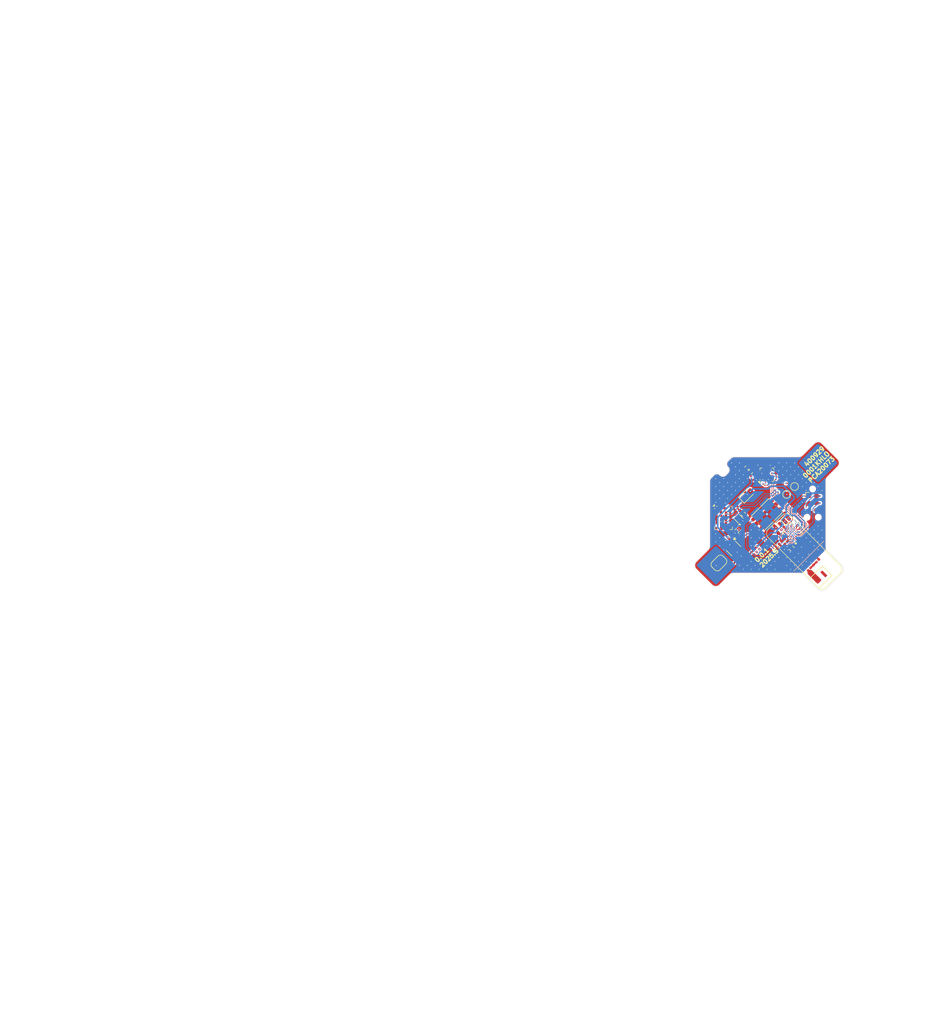
<source format=kicad_pcb>
(kicad_pcb
	(version 20241229)
	(generator "pcbnew")
	(generator_version "9.0")
	(general
		(thickness 1.59734)
		(legacy_teardrops no)
	)
	(paper "A4")
	(layers
		(0 "F.Cu" signal)
		(4 "In1.Cu" signal)
		(6 "In2.Cu" signal)
		(2 "B.Cu" signal)
		(9 "F.Adhes" user "F.Adhesive")
		(11 "B.Adhes" user "B.Adhesive")
		(13 "F.Paste" user)
		(15 "B.Paste" user)
		(5 "F.SilkS" user "F.Silkscreen")
		(7 "B.SilkS" user "B.Silkscreen")
		(1 "F.Mask" user)
		(3 "B.Mask" user)
		(17 "Dwgs.User" user "User.Drawings")
		(19 "Cmts.User" user "User.Comments")
		(21 "Eco1.User" user "User.Eco1")
		(23 "Eco2.User" user "User.Eco2")
		(25 "Edge.Cuts" user)
		(27 "Margin" user)
		(31 "F.CrtYd" user "F.Courtyard")
		(29 "B.CrtYd" user "B.Courtyard")
		(35 "F.Fab" user)
		(33 "B.Fab" user)
		(39 "User.1" user)
		(41 "User.2" user)
		(43 "User.3" user)
		(45 "User.4" user)
		(47 "User.5" user)
		(49 "User.6" user)
		(51 "User.7" user)
		(53 "User.8" user)
		(55 "User.9" user)
	)
	(setup
		(stackup
			(layer "F.SilkS"
				(type "Top Silk Screen")
				(color "White")
				(material "Direct Printing")
			)
			(layer "F.Paste"
				(type "Top Solder Paste")
			)
			(layer "F.Mask"
				(type "Top Solder Mask")
				(color "Blue")
				(thickness 0.01)
				(material "Epoxy")
				(epsilon_r 3.3)
				(loss_tangent 0)
			)
			(layer "F.Cu"
				(type "copper")
				(thickness 0.03556)
			)
			(layer "dielectric 1"
				(type "prepreg")
				(color "FR4 natural")
				(thickness 0.2032)
				(material "FR4")
				(epsilon_r 4.5)
				(loss_tangent 0.02)
			)
			(layer "In1.Cu"
				(type "copper")
				(thickness 0.03556)
			)
			(layer "dielectric 2"
				(type "core")
				(color "FR4 natural")
				(thickness 1.0287)
				(material "FR4")
				(epsilon_r 4.5)
				(loss_tangent 0.02)
			)
			(layer "In2.Cu"
				(type "copper")
				(thickness 0.03556)
			)
			(layer "dielectric 3"
				(type "prepreg")
				(color "FR4 natural")
				(thickness 0.2032)
				(material "FR4")
				(epsilon_r 4.5)
				(loss_tangent 0.02)
			)
			(layer "B.Cu"
				(type "copper")
				(thickness 0.03556)
			)
			(layer "B.Mask"
				(type "Bottom Solder Mask")
				(color "Blue")
				(thickness 0.01)
				(material "Epoxy")
				(epsilon_r 3.3)
				(loss_tangent 0)
			)
			(layer "B.Paste"
				(type "Bottom Solder Paste")
			)
			(layer "B.SilkS"
				(type "Bottom Silk Screen")
				(color "White")
				(material "Direct Printing")
			)
			(copper_finish "ENIG")
			(dielectric_constraints yes)
		)
		(pad_to_mask_clearance 0)
		(allow_soldermask_bridges_in_footprints no)
		(tenting front back)
		(aux_axis_origin 136.979185 118.727922)
		(grid_origin 136.979185 118.727922)
		(pcbplotparams
			(layerselection 0x00000000_00000000_5555555f_575fffff)
			(plot_on_all_layers_selection 0x00000000_00000000_00000000_00000000)
			(disableapertmacros yes)
			(usegerberextensions no)
			(usegerberattributes no)
			(usegerberadvancedattributes no)
			(creategerberjobfile yes)
			(dashed_line_dash_ratio 12.000000)
			(dashed_line_gap_ratio 3.000000)
			(svgprecision 4)
			(plotframeref yes)
			(mode 1)
			(useauxorigin yes)
			(hpglpennumber 1)
			(hpglpenspeed 20)
			(hpglpendiameter 15.000000)
			(pdf_front_fp_property_popups yes)
			(pdf_back_fp_property_popups yes)
			(pdf_metadata yes)
			(pdf_single_document no)
			(dxfpolygonmode yes)
			(dxfimperialunits yes)
			(dxfusepcbnewfont yes)
			(psnegative no)
			(psa4output no)
			(plot_black_and_white yes)
			(plotinvisibletext no)
			(sketchpadsonfab no)
			(plotpadnumbers no)
			(hidednponfab yes)
			(sketchdnponfab no)
			(crossoutdnponfab no)
			(subtractmaskfromsilk no)
			(outputformat 1)
			(mirror no)
			(drillshape 0)
			(scaleselection 1)
			(outputdirectory "production/fab/gerbers/")
		)
	)
	(net 0 "")
	(net 1 "GND")
	(net 2 "Net-(AE1-PCB_Trace)")
	(net 3 "Net-(U1-DECD)")
	(net 4 "Net-(U1-DECA)")
	(net 5 "Net-(C6-Pad1)")
	(net 6 "Net-(C9-Pad1)")
	(net 7 "Net-(U1-DCC)")
	(net 8 "Net-(U1-ANT)")
	(net 9 "unconnected-(U1-P1.13-PadB4)")
	(net 10 "unconnected-(U1-P2.09-PadF3)")
	(net 11 "unconnected-(U1-P1.14-PadB5)")
	(net 12 "unconnected-(U1-P1.11-PadC4)")
	(net 13 "unconnected-(U1-P0.04-PadD3)")
	(net 14 "/INT1")
	(net 15 "Net-(BT1-+)")
	(net 16 "unconnected-(U1-P2.03-PadE5)")
	(net 17 "unconnected-(U1-P2.06-PadF4)")
	(net 18 "unconnected-(U1-P1.05-PadE6)")
	(net 19 "unconnected-(U1-P2.07-PadE4)")
	(net 20 "unconnected-(U1-P2.01-PadG7)")
	(net 21 "unconnected-(U1-P2.08-PadD4)")
	(net 22 "unconnected-(U1-P2.04-PadF5)")
	(net 23 "Net-(U1-XC1)")
	(net 24 "Net-(U1-XC2)")
	(net 25 "/INT2")
	(net 26 "Net-(L18-Pad1)")
	(net 27 "unconnected-(U1-P2.02-PadF6)")
	(net 28 "unconnected-(U1-P2.05-PadG5)")
	(net 29 "unconnected-(U1-P2.10-PadG2)")
	(net 30 "unconnected-(U1-P0.02-PadE2)")
	(net 31 "unconnected-(U1-P2.00-PadG6)")
	(net 32 "unconnected-(J1-SWO-Pad6)")
	(net 33 "/VDD_LS")
	(net 34 "VDD")
	(net 35 "Net-(J1-SWDIO)")
	(net 36 "Net-(J1-SWCLK)")
	(net 37 "Net-(J1-~{RESET})")
	(net 38 "Net-(U1-P1.00)")
	(net 39 "Net-(D1-K)")
	(net 40 "/SDA")
	(net 41 "/SCL")
	(net 42 "/UART_TX")
	(net 43 "/UART_RX")
	(net 44 "Net-(Q1-D)")
	(net 45 "/LED")
	(net 46 "unconnected-(AE1-FEED-Pad1)")
	(net 47 "/PDM_DATA")
	(net 48 "Net-(U3-V_{REG_OUT})")
	(net 49 "Net-(L4-Pad2)")
	(net 50 "unconnected-(U3-ADC_IN-Pad8)")
	(net 51 "/PDM_CLK")
	(net 52 "Net-(JP2-A)")
	(net 53 "/BUTTON0")
	(net 54 "/LSW")
	(net 55 "unconnected-(U2-NC-Pad6)")
	(net 56 "Net-(JP3-A)")
	(net 57 "/LFCLK1")
	(net 58 "unconnected-(U1-P1.03-PadD5)")
	(footprint "PCM_nordic-lib-kicad-nrf54l:BGA-47_7x7_2.451x2.245mm" (layer "F.Cu") (at 154.558152 108.347585 135))
	(footprint "Inductor_SMD:L_0201_0603Metric" (layer "F.Cu") (at 159.100464 113.379215 -135))
	(footprint "Capacitor_SMD:C_0201_0603Metric" (layer "F.Cu") (at 153.403871 110.624186 -45))
	(pad "" smd roundrect
		(at 0.345 0 315)
		(size 0.318 0.36)
		(layers "F.Paste")
		(roundrect_rratio 0.25)
		(teardrops
			(best_length_ratio 0.5)
			(max_length 1)
			(best_width_ratio 1)
			(max_width 2)
			(curved_edges no)filter_ratio 0.9)
		(enabled yes)
		(allow_two_segments yes)
		(prefer_zone_connections yes)
	)
	(uuid "8fc17129-0ad6-4319-8471-c427b2e413dd")
)
(pad "1" smd roundrect
	(at -0.32 0 315)
	(size 0.46 0.4)
	(layers "F.Cu" "F.Mask")
	(roundrect_rratio 0.25)
	(net 4 "Net-(U1-DECA)")
	(pintype "passive")
	(teardrops
		(best_length_ratio 0.5)
		(max_length 1)
		(best_width_ratio 1)
		(max_width 2)
		(curved_edges no)filter_ratio 0.9)
	(enabled yes)
	(allow_two_segments yes)
	(prefer_zone_connections yes)
)
(uuid "59a88e55-5870-40db-9d1d-94a4f48b5235")
)
(pad "2" smd roundrect
	(at 0.32 0 315)
	(size 0.46 0.4)
	(layers "F.Cu" "F.Mask")
	(roundrect_rratio 0.25)
	(net 1 "GND")
	(pintype "passive")
	(teardrops
		(best_length_ratio 0.5)
		(max_length 1)
		(best_width_ratio 1)
		(max_width 2)
		(curved_edges no)filter_ratio 0.9)
	(enabled yes)
	(allow_two_segments yes)
	(prefer_zone_connections yes)
)
(uuid "51a796e6-726a-4485-aa82-5d145bbcd98c")
)
(embedded_fonts no)
(model "${KICAD8_3DMODEL_DIR}/Capacitor_SMD.3dshapes/C_0201_0603Metric.wrl"
	(offset
		(xyz 0 0 0)
	)
	(scale
		(xyz 1 1 1)
	)
	(rotate
		(xyz 0 0 0)
	)
)
)
(footprint "Inductor_SMD:L_0201_0603Metric" (layer "F.Cu") (at 157.608469 114.871211 -135))
(footprint "Capacitor_SMD:C_0201_0603Metric" (layer "F.Cu") (at 148.104954 98.494618 -90))
(pad "" smd roundrect
	(at 0.345 0 270)
	(size 0.318 0.36)
	(layers "F.Paste")
	(roundrect_rratio 0.25)
	(teardrops
		(best_length_ratio 0.5)
		(max_length 1)
		(best_width_ratio 1)
		(max_width 2)
		(curved_edges no)filter_ratio 0.9)
	(enabled yes)
	(allow_two_segments yes)
	(prefer_zone_connections yes)
)
(uuid "5327d267-ed86-44f0-a606-2f4c4b04cb92")
)
(pad "1" smd roundrect
	(at -0.32 0 270)
	(size 0.46 0.4)
	(layers "F.Cu" "F.Mask")
	(roundrect_rratio 0.25)
	(net 52 "Net-(JP2-A)")
	(pintype "passive")
	(teardrops
		(best_length_ratio 0.5)
		(max_length 1)
		(best_width_ratio 1)
		(max_width 2)
		(curved_edges no)filter_ratio 0.9)
	(enabled yes)
	(allow_two_segments yes)
	(prefer_zone_connections yes)
)
(uuid "01b92f5a-7ff1-4338-8004-017e57c10534")
)
(pad "2" smd roundrect
	(at 0.32 0 270)
	(size 0.46 0.4)
	(layers "F.Cu" "F.Mask")
	(roundrect_rratio 0.25)
	(net 1 "GND")
	(pintype "passive")
	(teardrops
		(best_length_ratio 0.5)
		(max_length 1)
		(best_width_ratio 1)
		(max_width 2)
		(curved_edges no)filter_ratio 0.9)
	(enabled yes)
	(allow_two_segments yes)
	(prefer_zone_connections yes)
)
(uuid "a8a533dd-9b07-485e-a76d-9e97aedc07ed")
)
(embedded_fonts no)
(model "${KICAD8_3DMODEL_DIR}/Capacitor_SMD.3dshapes/C_0201_0603Metric.wrl"
	(offset
		(xyz 0 0 0)
	)
	(scale
		(xyz 1 1 1)
	)
	(rotate
		(xyz 0 0 0)
	)
)
)
(footprint "Resistor_SMD:R_0402_1005Metric" (layer "F.Cu") (at 147.051365 97.38446 -135))
(pad "2" smd roundrect
	(at 0.509999 0 225)
	(size 0.54 0.64)
	(layers "F.Cu" "F.Mask" "F.Paste")
	(roundrect_rratio 0.25)
	(net 33 "/VDD_LS")
	(pinfunction "B")
	(pintype "passive")
	(teardrops
		(best_length_ratio 0.5)
		(max_length 1)
		(best_width_ratio 1)
		(max_width 2)
		(curved_edges no)filter_ratio 0.9)
	(enabled yes)
	(allow_two_segments yes)
	(prefer_zone_connections yes)
)
(uuid "354f1869-1e2b-4510-9847-def3928dd73d")
)
(embedded_fonts no)
(model "${KICAD8_3DMODEL_DIR}/Resistor_SMD.3dshapes/R_0402_1005Metric.wrl"
	(offset
		(xyz 0 0 0)
	)
	(scale
		(xyz 1 1 1)
	)
	(rotate
		(xyz 0 0 0)
	)
)
)
(footprint "Inductor_SMD:L_0201_0603Metric" (layer "F.Cu") (at 158.555992 112.382195 -45))
(pad "" smd roundrect
	(at 0.345 0 315)
	(size 0.318 0.36)
	(layers "F.Paste")
	(roundrect_rratio 0.25)
	(teardrops
		(best_length_ratio 0.5)
		(max_length 1)
		(best_width_ratio 1)
		(max_width 2)
		(curved_edges no)filter_ratio 0.9)
	(enabled yes)
	(allow_two_segments yes)
	(prefer_zone_connections yes)
)
(uuid "170dcfd1-f53e-4ae8-ac40-2210aac83e5c")
)
(pad "1" smd roundrect
	(at -0.32 0 315)
	(size 0.46 0.4)
	(layers "F.Cu" "F.Mask")
	(roundrect_rratio 0.25)
	(net 6 "Net-(C9-Pad1)")
	(pintype "passive")
	(teardrops
		(best_length_ratio 0.5)
		(max_length 1)
		(best_width_ratio 1)
		(max_width 2)
		(curved_edges no)filter_ratio 0.9)
	(enabled yes)
	(allow_two_segments yes)
	(prefer_zone_connections yes)
)
(uuid "d492ab6e-8226-47a6-b381-cc6ff8cd0cf7")
)
(pad "2" smd roundrect
	(at 0.32 0 315)
	(size 0.46 0.4)
	(layers "F.Cu" "F.Mask")
	(roundrect_rratio 0.25)
	(net 49 "Net-(L4-Pad2)")
	(pintype "passive")
	(teardrops
		(best_length_ratio 0.5)
		(max_length 1)
		(best_width_ratio 1)
		(max_width 2)
		(curved_edges no)filter_ratio 0.9)
	(enabled yes)
	(allow_two_segments yes)
	(prefer_zone_connections yes)
)
(uuid "a62be74e-d258-4eb4-a788-3b2eb80dd7ea")
)
(embedded_fonts no)
(model "${KICAD8_3DMODEL_DIR}/Inductor_SMD.3dshapes/L_0201_0603Metric.wrl"
	(offset
		(xyz 0 0 0)
	)
	(scale
		(xyz 1 1 1)
	)
	(rotate
		(xyz 0 0 0)
	)
)
)
(footprint "Inductor_SMD:L_0402_1005Metric" (layer "F.Cu") (at 151.67853 108.72914 45))
(pad "2" smd roundrect
	(at 0.485 0 45)
	(size 0.59 0.64)
	(layers "F.Cu" "F.Mask" "F.Paste")
	(roundrect_rratio 0.25)
	(net 7 "Net-(U1-DCC)")
	(pintype "passive")
	(teardrops
		(best_length_ratio 0.5)
		(max_length 1)
		(best_width_ratio 1)
		(max_width 2)
		(curved_edges no)filter_ratio 0.9)
	(enabled yes)
	(allow_two_segments yes)
	(prefer_zone_connections yes)
)
(uuid "5ed66195-f789-4282-b1df-795004c30cab")
)
(embedded_fonts no)
(model "${KICAD8_3DMODEL_DIR}/Inductor_SMD.3dshapes/L_0402_1005Metric.wrl"
	(offset
		(xyz 0 0 0)
	)
	(scale
		(xyz 1 1 1)
	)
	(rotate
		(xyz 0 0 0)
	)
)
)
(footprint "TestPoint:TestPoint_Pad_D1.0mm" (layer "F.Cu") (at 154.949747 100.050253 45))
(embedded_fonts no)
)
(footprint "Capacitor_SMD:C_0201_0603Metric" (layer "F.Cu") (at 152.915967 109.146333 135))
(pad "" smd roundrect
	(at 0.345 0 135)
	(size 0.318 0.36)
	(layers "F.Paste")
	(roundrect_rratio 0.25)
	(teardrops
		(best_length_ratio 0.5)
		(max_length 1)
		(best_width_ratio 1)
		(max_width 2)
		(curved_edges no)filter_ratio 0.9)
	(enabled yes)
	(allow_two_segments yes)
	(prefer_zone_connections yes)
)
(uuid "15e98d1c-6608-4060-9471-b82a72c66e88")
)
(pad "1" smd roundrect
	(at -0.32 0 135)
	(size 0.46 0.4)
	(layers "F.Cu" "F.Mask")
	(roundrect_rratio 0.25)
	(net 3 "Net-(U1-DECD)")
	(pintype "passive")
	(teardrops
		(best_length_ratio 0.5)
		(max_length 1)
		(best_width_ratio 1)
		(max_width 2)
		(curved_edges no)filter_ratio 0.9)
	(enabled yes)
	(allow_two_segments yes)
	(prefer_zone_connections yes)
)
(uuid "822bd194-e53b-40a3-a700-f07fb2c735a1")
)
(pad "2" smd roundrect
	(at 0.32 0 135)
	(size 0.46 0.4)
	(layers "F.Cu" "F.Mask")
	(roundrect_rratio 0.25)
	(net 1 "GND")
	(pintype "passive")
	(teardrops
		(best_length_ratio 0.5)
		(max_length 1)
		(best_width_ratio 1)
		(max_width 2)
		(curved_edges no)filter_ratio 0.9)
	(enabled yes)
	(allow_two_segments yes)
	(prefer_zone_connections yes)
)
(uuid "8bd27d26-af80-4896-abb9-5def94431e1a")
)
(embedded_fonts no)
(model "${KICAD8_3DMODEL_DIR}/Capacitor_SMD.3dshapes/C_0201_0603Metric.wrl"
	(offset
		(xyz 0 0 0)
	)
	(scale
		(xyz 1 1 1)
	)
	(rotate
		(xyz 0 0 0)
	)
)
)
(footprint "hlord2000-Oscillator:Oscillator_SMD_SiTime_SiT11100-4Pin_0.46x0.46mm" (layer "F.Cu") (at 154.436247 111.161587 135))
(footprint "Capacitor_SMD:C_0402_1005Metric" (layer "F.Cu") (at 151.944544 107.057681 -135))
(pad "2" smd roundrect
	(at 0.48 0 225)
	(size 0.56 0.62)
	(layers "F.Cu" "F.Mask" "F.Paste")
	(roundrect_rratio 0.25)
	(net 1 "GND")
	(pintype "passive")
	(teardrops
		(best_length_ratio 0.5)
		(max_length 1)
		(best_width_ratio 1)
		(max_width 2)
		(curved_edges no)filter_ratio 0.9)
	(enabled yes)
	(allow_two_segments yes)
	(prefer_zone_connections yes)
)
(uuid "d2ef39f5-d5e6-4faf-b930-35def77fcf08")
)
(embedded_fonts no)
(model "${KICAD8_3DMODEL_DIR}/Capacitor_SMD.3dshapes/C_0402_1005Metric.wrl"
	(offset
		(xyz 0 0 0)
	)
	(scale
		(xyz 1 1 1)
	)
	(rotate
		(xyz 0 0 0)
	)
)
)
(footprint "Resistor_SMD:R_0402_1005Metric" (layer "F.Cu") (at 146.386684 96.71978 -135))
(pad "2" smd roundrect
	(at 0.509999 0 225)
	(size 0.54 0.64)
	(layers "F.Cu" "F.Mask" "F.Paste")
	(roundrect_rratio 0.25)
	(net 33 "/VDD_LS")
	(pinfunction "B")
	(pintype "passive")
	(teardrops
		(best_length_ratio 0.5)
		(max_length 1)
		(best_width_ratio 1)
		(max_width 2)
		(curved_edges no)filter_ratio 0.9)
	(enabled yes)
	(allow_two_segments yes)
	(prefer_zone_connections yes)
)
(uuid "1e0a9c10-acda-42e3-9809-7a169c2d4a1c")
)
(embedded_fonts no)
(model "${KICAD8_3DMODEL_DIR}/Resistor_SMD.3dshapes/R_0402_1005Metric.wrl"
	(offset
		(xyz 0 0 0)
	)
	(scale
		(xyz 1 1 1)
	)
	(rotate
		(xyz 0 0 0)
	)
)
)
(footprint "Capacitor_SMD:C_0201_0603Metric" (layer "F.Cu") (at 150.268701 96.217734))
(pad "" smd roundrect
	(at 0.345 0)
	(size 0.318 0.36)
	(layers "F.Paste")
	(roundrect_rratio 0.25)
	(teardrops
		(best_length_ratio 0.5)
		(max_length 1)
		(best_width_ratio 1)
		(max_width 2)
		(curved_edges no)filter_ratio 0.9)
	(enabled yes)
	(allow_two_segments yes)
	(prefer_zone_connections yes)
)
(uuid "5216da16-def0-4899-b5c8-059fde5b63ba")
)
(pad "1" smd roundrect
	(at -0.32 0)
	(size 0.46 0.4)
	(layers "F.Cu" "F.Mask")
	(roundrect_rratio 0.25)
	(net 48 "Net-(U3-V_{REG_OUT})")
	(pintype "passive")
	(teardrops
		(best_length_ratio 0.5)
		(max_length 1)
		(best_width_ratio 1)
		(max_width 2)
		(curved_edges no)filter_ratio 0.9)
	(enabled yes)
	(allow_two_segments yes)
	(prefer_zone_connections yes)
)
(uuid "8b0e6a05-9088-40b0-b09e-cd1e529f37e0")
)
(pad "2" smd roundrect
	(at 0.32 0)
	(size 0.46 0.4)
	(layers "F.Cu" "F.Mask")
	(roundrect_rratio 0.25)
	(net 1 "GND")
	(pintype "passive")
	(teardrops
		(best_length_ratio 0.5)
		(max_length 1)
		(best_width_ratio 1)
		(max_width 2)
		(curved_edges no)filter_ratio 0.9)
	(enabled yes)
	(allow_two_segments yes)
	(prefer_zone_connections yes)
)
(uuid "c586fbd2-dd54-4810-9ff1-7c9eeb1c8cb1")
)
(embedded_fonts no)
(model "${KICAD8_3DMODEL_DIR}/Capacitor_SMD.3dshapes/C_0201_0603Metric.wrl"
	(offset
		(xyz 0 0 0)
	)
	(scale
		(xyz 1 1 1)
	)
	(rotate
		(xyz 0 0 0)
	)
)
)
(footprint "Capacitor_SMD:C_0201_0603Metric" (layer "F.Cu") (at 152.824043 107.569485 -135))
(pad "" smd roundrect
	(at 0.345 0 225)
	(size 0.318 0.36)
	(layers "F.Paste")
	(roundrect_rratio 0.25)
	(teardrops
		(best_length_ratio 0.5)
		(max_length 1)
		(best_width_ratio 1)
		(max_width 2)
		(curved_edges no)filter_ratio 0.9)
	(enabled yes)
	(allow_two_segments yes)
	(prefer_zone_connections yes)
)
(uuid "8be16991-b87a-4faf-995b-8441af513082")
)
(pad "1" smd roundrect
	(at -0.32 0 225)
	(size 0.46 0.4)
	(layers "F.Cu" "F.Mask")
	(roundrect_rratio 0.25)
	(net 34 "VDD")
	(pintype "passive")
	(teardrops
		(best_length_ratio 0.5)
		(max_length 1)
		(best_width_ratio 1)
		(max_width 2)
		(curved_edges no)filter_ratio 0.9)
	(enabled yes)
	(allow_two_segments yes)
	(prefer_zone_connections yes)
)
(uuid "78dde88b-fb25-4139-975d-e6b107cc00a2")
)
(pad "2" smd roundrect
	(at 0.32 0 225)
	(size 0.46 0.4)
	(layers "F.Cu" "F.Mask")
	(roundrect_rratio 0.25)
	(net 1 "GND")
	(pintype "passive")
	(teardrops
		(best_length_ratio 0.5)
		(max_length 1)
		(best_width_ratio 1)
		(max_width 2)
		(curved_edges no)filter_ratio 0.9)
	(enabled yes)
	(allow_two_segments yes)
	(prefer_zone_connections yes)
)
(uuid "7aa5f2b5-3196-4b90-99ea-6ef690dc8db1")
)
(embedded_fonts no)
(model "${KICAD8_3DMODEL_DIR}/Capacitor_SMD.3dshapes/C_0201_0603Metric.wrl"
	(offset
		(xyz 0 0 0)
	)
	(scale
		(xyz 1 1 1)
	)
	(rotate
		(xyz 0 0 0)
	)
)
)
(footprint "Resistor_SMD:R_0201_0603Metric" (layer "F.Cu") (at 148.416081 111.066976 -45))
(pad "" smd roundrect
	(at 0.345 0 315)
	(size 0.318 0.36)
	(layers "F.Paste")
	(roundrect_rratio 0.25)
	(teardrops
		(best_length_ratio 0.5)
		(max_length 1)
		(best_width_ratio 1)
		(max_width 2)
		(curved_edges no)filter_ratio 0.9)
	(enabled yes)
	(allow_two_segments yes)
	(prefer_zone_connections yes)
)
(uuid "ad1dd6b8-93fb-4018-9aeb-c7ab7651c57b")
)
(pad "1" smd roundrect
	(at -0.32 0 315)
	(size 0.46 0.4)
	(layers "F.Cu" "F.Mask")
	(roundrect_rratio 0.25)
	(net 34 "VDD")
	(pintype "passive")
	(teardrops
		(best_length_ratio 0.5)
		(max_length 1)
		(best_width_ratio 1)
		(max_width 2)
		(curved_edges no)filter_ratio 0.9)
	(enabled yes)
	(allow_two_segments yes)
	(prefer_zone_connections yes)
)
(uuid "90e5c6d5-6d4b-4733-9330-509741aaeebd")
)
(pad "2" smd roundrect
	(at 0.32 0 315)
	(size 0.46 0.4)
	(layers "F.Cu" "F.Mask")
	(roundrect_rratio 0.25)
	(net 41 "/SCL")
	(pintype "passive")
	(teardrops
		(best_length_ratio 0.5)
		(max_length 1)
		(best_width_ratio 1)
		(max_width 2)
		(curved_edges no)filter_ratio 0.9)
	(enabled yes)
	(allow_two_segments yes)
	(prefer_zone_connections yes)
)
(uuid "b88295d7-056d-4cef-84f4-0cfeea564621")
)
(embedded_fonts no)
(model "${KICAD8_3DMODEL_DIR}/Resistor_SMD.3dshapes/R_0201_0603Metric.wrl"
	(offset
		(xyz 0 0 0)
	)
	(scale
		(xyz 1 1 1)
	)
	(rotate
		(xyz 0 0 0)
	)
)
)
(footprint "hlord2000-RF_Antenna:Ignion_NN02-101" (layer "F.Cu") (at 159.60251 116.327851 -135))
(pad "2" smd roundrect
	(at 0.7 0 225)
	(size 1 1)
	(layers "F.Cu" "F.Mask" "F.Paste")
	(roundrect_rratio 0.15)
	(net 2 "Net-(AE1-PCB_Trace)")
	(pinfunction "PCB_Trace")
	(pintype "passive")
	(thermal_bridge_angle 45)
	(teardrops
		(best_length_ratio 0.5)
		(max_length 1)
		(best_width_ratio 1)
		(max_width 2)
		(curved_edges no)filter_ratio 0.9)
	(enabled yes)
	(allow_two_segments yes)
	(prefer_zone_connections yes)
)
(uuid "52c9b36b-54a9-443f-86eb-d34f6958437f")
)
(embedded_fonts no)
(model "/home/hlord/Documents/hlord2000-kicad-libraries/3dmodels/hlord2000-RF_Antenna.3dshapes/Ignion_NN02-101.stp"
	(offset
		(xyz -1.5 -1 0)
	)
	(scale
		(xyz 1 1 1)
	)
	(rotate
		(xyz -0 -0 -0)
	)
)
)
(footprint "Capacitor_SMD:C_0201_0603Metric" (layer "F.Cu") (at 142.794582 109.490128 -135))
(pad "" smd roundrect
	(at 0.345 0 225)
	(size 0.318 0.36)
	(layers "F.Paste")
	(roundrect_rratio 0.25)
	(teardrops
		(best_length_ratio 0.5)
		(max_length 1)
		(best_width_ratio 1)
		(max_width 2)
		(curved_edges no)filter_ratio 0.9)
	(enabled yes)
	(allow_two_segments yes)
	(prefer_zone_connections yes)
)
(uuid "774c4602-7bda-4395-855b-b152ccded5d5")
)
(pad "1" smd roundrect
	(at -0.32 0 225)
	(size 0.46 0.4)
	(layers "F.Cu" "F.Mask")
	(roundrect_rratio 0.25)
	(net 33 "/VDD_LS")
	(pintype "passive")
	(teardrops
		(best_length_ratio 0.5)
		(max_length 1)
		(best_width_ratio 1)
		(max_width 2)
		(curved_edges no)filter_ratio 0.9)
	(enabled yes)
	(allow_two_segments yes)
	(prefer_zone_connections yes)
)
(uuid "397821d7-0945-4685-bdd8-cbe94e8abf7b")
)
(pad "2" smd roundrect
	(at 0.32 0 225)
	(size 0.46 0.4)
	(layers "F.Cu" "F.Mask")
	(roundrect_rratio 0.25)
	(net 1 "GND")
	(pintype "passive")
	(teardrops
		(best_length_ratio 0.5)
		(max_length 1)
		(best_width_ratio 1)
		(max_width 2)
		(curved_edges no)filter_ratio 0.9)
	(enabled yes)
	(allow_two_segments yes)
	(prefer_zone_connections yes)
)
(uuid "ca5a45e2-4195-40f6-b2f9-66e49d869bac")
)
(embedded_fonts no)
(model "${KICAD8_3DMODEL_DIR}/Capacitor_SMD.3dshapes/C_0201_0603Metric.wrl"
	(offset
		(xyz 0 0 0)
	)
	(scale
		(xyz 1 1 1)
	)
	(rotate
		(xyz 0 0 0)
	)
)
)
(footprint "TestPoint:TestPoint_Pad_D1.0mm" (layer "F.Cu") (at 153.535534 101.464466 45))
(embedded_fonts no)
)
(footprint "hlord2000-Crystal:Crystal_SMD_1210-2Pin_1.2x1.0mm" (layer "F.Cu") (at 153.489204 105.971904 45))
(footprint "Capacitor_SMD:C_0201_0603Metric" (layer "F.Cu") (at 145.142176 112.756961 45))
(pad "" smd roundrect
	(at 0.345 0 45)
	(size 0.318 0.36)
	(layers "F.Paste")
	(roundrect_rratio 0.25)
	(teardrops
		(best_length_ratio 0.5)
		(max_length 1)
		(best_width_ratio 1)
		(max_width 2)
		(curved_edges no)filter_ratio 0.9)
	(enabled yes)
	(allow_two_segments yes)
	(prefer_zone_connections yes)
)
(uuid "320ce7b1-a607-4b01-b491-1e68e2081769")
)
(pad "1" smd roundrect
	(at -0.32 0 45)
	(size 0.46 0.4)
	(layers "F.Cu" "F.Mask")
	(roundrect_rratio 0.25)
	(net 34 "VDD")
	(pintype "passive")
	(teardrops
		(best_length_ratio 0.5)
		(max_length 1)
		(best_width_ratio 1)
		(max_width 2)
		(curved_edges no)filter_ratio 0.9)
	(enabled yes)
	(allow_two_segments yes)
	(prefer_zone_connections yes)
)
(uuid "14de7b67-5003-4f58-be26-575fe4425677")
)
(pad "2" smd roundrect
	(at 0.32 0 45)
	(size 0.46 0.4)
	(layers "F.Cu" "F.Mask")
	(roundrect_rratio 0.25)
	(net 1 "GND")
	(pintype "passive")
	(teardrops
		(best_length_ratio 0.5)
		(max_length 1)
		(best_width_ratio 1)
		(max_width 2)
		(curved_edges no)filter_ratio 0.9)
	(enabled yes)
	(allow_two_segments yes)
	(prefer_zone_connections yes)
)
(uuid "58372f02-454a-4921-ad87-633c3650f2e7")
)
(embedded_fonts no)
(model "${KICAD8_3DMODEL_DIR}/Capacitor_SMD.3dshapes/C_0201_0603Metric.wrl"
	(offset
		(xyz 0 0 0)
	)
	(scale
		(xyz 1 1 1)
	)
	(rotate
		(xyz 0 0 0)
	)
)
)
(footprint "Fiducial:Fiducial_0.5mm_Mask1mm" (layer "F.Cu") (at 143.565328 98.565328 45))
(footprint "Resistor_SMD:R_0402_1005Metric" (layer "F.Cu") (at 144.618917 108.005204 -135))
(pad "2" smd roundrect
	(at 0.509999 0 225)
	(size 0.54 0.64)
	(layers "F.Cu" "F.Mask" "F.Paste")
	(roundrect_rratio 0.25)
	(net 1 "GND")
	(pintype "passive")
	(teardrops
		(best_length_ratio 0.5)
		(max_length 1)
		(best_width_ratio 1)
		(max_width 2)
		(curved_edges no)filter_ratio 0.9)
	(enabled yes)
	(allow_two_segments yes)
	(prefer_zone_connections yes)
)
(uuid "53b22767-826b-4194-bfc0-058d555c5ce4")
)
(embedded_fonts no)
(model "${KICAD8_3DMODEL_DIR}/Resistor_SMD.3dshapes/R_0402_1005Metric.wrl"
	(offset
		(xyz 0 0 0)
	)
	(scale
		(xyz 1 1 1)
	)
	(rotate
		(xyz 0 0 0)
	)
)
)
(footprint "Capacitor_SMD:C_0201_0603Metric" (layer "F.Cu") (at 152.908896 111.119161 -45))
(pad "" smd roundrect
	(at 0.345 0 315)
	(size 0.318 0.36)
	(layers "F.Paste")
	(roundrect_rratio 0.25)
	(teardrops
		(best_length_ratio 0.5)
		(max_length 1)
		(best_width_ratio 1)
		(max_width 2)
		(curved_edges no)filter_ratio 0.9)
	(enabled yes)
	(allow_two_segments yes)
	(prefer_zone_connections yes)
)
(uuid "d7a369fd-42f2-4c99-8ea3-6e157e534ad2")
)
(pad "1" smd roundrect
	(at -0.32 0 315)
	(size 0.46 0.4)
	(layers "F.Cu" "F.Mask")
	(roundrect_rratio 0.25)
	(net 4 "Net-(U1-DECA)")
	(pintype "passive")
	(teardrops
		(best_length_ratio 0.5)
		(max_length 1)
		(best_width_ratio 1)
		(max_width 2)
		(curved_edges no)filter_ratio 0.9)
	(enabled yes)
	(allow_two_segments yes)
	(prefer_zone_connections yes)
)
(uuid "cb4c38a9-6e29-4178-af6c-00eaee9b87b7")
)
(pad "2" smd roundrect
	(at 0.32 0 315)
	(size 0.46 0.4)
	(layers "F.Cu" "F.Mask")
	(roundrect_rratio 0.25)
	(net 1 "GND")
	(pintype "passive")
	(teardrops
		(best_length_ratio 0.5)
		(max_length 1)
		(best_width_ratio 1)
		(max_width 2)
		(curved_edges no)filter_ratio 0.9)
	(enabled yes)
	(allow_two_segments yes)
	(prefer_zone_connections yes)
)
(uuid "0bb6c87c-6477-40e5-a39b-c471f16880d8")
)
(embedded_fonts no)
(model "${KICAD8_3DMODEL_DIR}/Capacitor_SMD.3dshapes/C_0201_0603Metric.wrl"
	(offset
		(xyz 0 0 0)
	)
	(scale
		(xyz 1 1 1)
	)
	(rotate
		(xyz 0 0 0)
	)
)
)
(footprint "LED_SMD:LED_0603_1608Metric" (layer "F.Cu") (at 146.464466 101.464466 45))
(footprint "Capacitor_SMD:C_0201_0603Metric" (layer "F.Cu") (at 152.399779 110.115069 45))
(pad "" smd roundrect
	(at 0.345 0 45)
	(size 0.318 0.36)
	(layers "F.Paste")
	(roundrect_rratio 0.25)
	(teardrops
		(best_length_ratio 0.5)
		(max_length 1)
		(best_width_ratio 1)
		(max_width 2)
		(curved_edges no)filter_ratio 0.9)
	(enabled yes)
	(allow_two_segments yes)
	(prefer_zone_connections yes)
)
(uuid "84c6c545-c38c-49f3-bd32-052a05c873d3")
)
(pad "1" smd roundrect
	(at -0.32 0 45)
	(size 0.46 0.4)
	(layers "F.Cu" "F.Mask")
	(roundrect_rratio 0.25)
	(net 4 "Net-(U1-DECA)")
	(pintype "passive")
	(teardrops
		(best_length_ratio 0.5)
		(max_length 1)
		(best_width_ratio 1)
		(max_width 2)
		(curved_edges no)filter_ratio 0.9)
	(enabled yes)
	(allow_two_segments yes)
	(prefer_zone_connections yes)
)
(uuid "ef6f3547-4947-4ecf-8c4d-466d9037beb4")
)
(pad "2" smd roundrect
	(at 0.32 0 45)
	(size 0.46 0.4)
	(layers "F.Cu" "F.Mask")
	(roundrect_rratio 0.25)
	(net 3 "Net-(U1-DECD)")
	(pintype "passive")
	(teardrops
		(best_length_ratio 0.5)
		(max_length 1)
		(best_width_ratio 1)
		(max_width 2)
		(curved_edges no)filter_ratio 0.9)
	(enabled yes)
	(allow_two_segments yes)
	(prefer_zone_connections yes)
)
(uuid "165e0566-18ed-4406-ba6c-ecb1c67ebdff")
)
(embedded_fonts no)
(model "${KICAD8_3DMODEL_DIR}/Capacitor_SMD.3dshapes/C_0201_0603Metric.wrl"
	(offset
		(xyz 0 0 0)
	)
	(scale
		(xyz 1 1 1)
	)
	(rotate
		(xyz 0 0 0)
	)
)
)
(footprint "hlord2000-Sensor_Motion:Analog_LGA-12_2.20x2.30mm_P0.5mm" (layer "F.Cu") (at 150 97.928932 90))
(pad "2" smd roundrect
	(at -0.86 -0.25 90)
	(size 0.39 0.33)
	(layers "F.Cu" "F.Mask" "F.Paste")
	(roundrect_rratio 0.1)
	(net 40 "/SDA")
	(pinfunction "MOSI/SDA")
	(pintype "input")
	(teardrops
		(best_length_ratio 0.5)
		(max_length 1)
		(best_width_ratio 1)
		(max_width 2)
		(curved_edges no)filter_ratio 0.9)
	(enabled yes)
	(allow_two_segments yes)
	(prefer_zone_connections yes)
)
(uuid "7ddf686d-57df-467e-84ba-ea86ac6e90f8")
)
(pad "3" smd roundrect
	(at -0.86 0.25 90)
	(size 0.39 0.33)
	(layers "F.Cu" "F.Mask" "F.Paste")
	(roundrect_rratio 0.1)
	(net 1 "GND")
	(pinfunction "MISO/ASEL")
	(pintype "output")
	(teardrops
		(best_length_ratio 0.5)
		(max_length 1)
		(best_width_ratio 1)
		(max_width 2)
		(curved_edges no)filter_ratio 0.9)
	(enabled yes)
	(allow_two_segments yes)
	(prefer_zone_connections yes)
)
(uuid "dd1a59c2-d8e5-420d-8934-b1f8c5c2d5d4")
)
(pad "4" smd roundrect
	(at -0.86 0.75 90)
	(size 0.39 0.33)
	(layers "F.Cu" "F.Mask" "F.Paste")
	(roundrect_rratio 0.1)
	(net 41 "/SCL")
	(pinfunction "~{CS}/SCL")
	(pintype "input")
	(teardrops
		(best_length_ratio 0.5)
		(max_length 1)
		(best_width_ratio 1)
		(max_width 2)
		(curved_edges no)filter_ratio 0.9)
	(enabled yes)
	(allow_two_segments yes)
	(prefer_zone_connections yes)
)
(uuid "a9c378d6-7650-4b36-8670-b500766c40aa")
)
(pad "5" smd roundrect
	(at -0.25 0.9144 90)
	(size 0.33 0.39)
	(layers "F.Cu" "F.Mask" "F.Paste")
	(roundrect_rratio 0.1)
	(net 14 "/INT1")
	(pinfunction "INT1")
	(pintype "output")
	(teardrops
		(best_length_ratio 0.5)
		(max_length 1)
		(best_width_ratio 1)
		(max_width 2)
		(curved_edges no)filter_ratio 0.9)
	(enabled yes)
	(allow_two_segments yes)
	(prefer_zone_connections yes)
)
(uuid "abbed356-ca14-4488-9490-8e5837231225")
)
(pad "6" smd roundrect
	(at 0.25 0.9144 90)
	(size 0.33 0.39)
	(layers "F.Cu" "F.Mask" "F.Paste")
	(roundrect_rratio 0.1)
	(net 25 "/INT2")
	(pinfunction "INT2")
	(pintype "output")
	(teardrops
		(best_length_ratio 0.5)
		(max_length 1)
		(best_width_ratio 1)
		(max_width 2)
		(curved_edges no)filter_ratio 0.9)
	(enabled yes)
	(allow_two_segments yes)
	(prefer_zone_connections yes)
)
(uuid "ef9356b2-f3ad-401f-a221-c9db6d8bca2d")
)
(pad "7" smd roundrect
	(at 0.86 0.75 90)
	(size 0.39 0.33)
	(layers "F.Cu" "F.Mask" "F.Paste")
	(roundrect_rratio 0.1)
	(net 1 "GND")
	(pinfunction "GND")
	(pintype "power_in")
	(teardrops
		(best_length_ratio 0.5)
		(max_length 1)
		(best_width_ratio 1)
		(max_width 2)
		(curved_edges no)filter_ratio 0.9)
	(enabled yes)
	(allow_two_segments yes)
	(prefer_zone_connections yes)
)
(uuid "2da7c03d-ce4d-4907-a2e6-f73bd1557143")
)
(pad "8" smd roundrect
	(at 0.86 0.25 90)
	(size 0.39 0.33)
	(layers "F.Cu" "F.Mask" "F.Paste")
	(roundrect_rratio 0.1)
	(net 50 "unconnected-(U3-ADC_IN-Pad8)")
	(pinfunction "ADC_IN")
	(pintype "input+no_connect")
	(teardrops
		(best_length_ratio 0.5)
		(max_length 1)
		(best_width_ratio 1)
		(max_width 2)
		(curved_edges no)filter_ratio 0.9)
	(enabled yes)
	(allow_two_segments yes)
	(prefer_zone_connections yes)
)
(uuid "95a9cea8-e5de-4f5f-a3cb-bab6813dd70c")
)
(pad "9" smd roundrect
	(at 0.86 -0.25 90)
	(size 0.39 0.33)
	(layers "F.Cu" "F.Mask" "F.Paste")
	(roundrect_rratio 0.1)
	(net 48 "Net-(U3-V_{REG_OUT})")
	(pinfunction "V_{REG_OUT}")
	(pintype "passive")
	(teardrops
		(best_length_ratio 0.5)
		(max_length 1)
		(best_width_ratio 1)
		(max_width 2)
		(curved_edges no)filter_ratio 0.9)
	(enabled yes)
	(allow_two_segments yes)
	(prefer_zone_connections yes)
)
(uuid "debb8263-c20e-4db5-9878-1390d9314106")
)
(pad "10" smd roundrect
	(at 0.86 -0.75 90)
	(size 0.39 0.33)
	(layers "F.Cu" "F.Mask" "F.Paste")
	(roundrect_rratio 0.1)
	(net 56 "Net-(JP3-A)")
	(pinfunction "V_{S}")
	(pintype "power_in")
	(teardrops
		(best_length_ratio 0.5)
		(max_length 1)
		(best_width_ratio 1)
		(max_width 2)
		(curved_edges no)filter_ratio 0.9)
	(enabled yes)
	(allow_two_segments yes)
	(prefer_zone_connections yes)
)
(uuid "4be7c86a-f37c-48d9-af39-07de892d81db")
)
(pad "11" smd roundrect
	(at 0.25 -0.9144 90)
	(size 0.33 0.39)
	(layers "F.Cu" "F.Mask" "F.Paste")
	(roundrect_rratio 0.1)
	(net 1 "GND")
	(pinfunction "GND")
	(pintype "passive")
	(teardrops
		(best_length_ratio 0.5)
		(max_length 1)
		(best_width_ratio 1)
		(max_width 2)
		(curved_edges no)filter_ratio 0.9)
	(enabled yes)
	(allow_two_segments yes)
	(prefer_zone_connections yes)
)
(uuid "73f55803-960b-4a93-b3dc-db7f94fa9e90")
)
(pad "12" smd roundrect
	(at -0.25 -0.9144 90)
	(size 0.33 0.39)
	(layers "F.Cu" "F.Mask" "F.Paste")
	(roundrect_rratio 0.1)
	(net 52 "Net-(JP2-A)")
	(pinfunction "V_{DDIO}")
	(pintype "power_in")
	(teardrops
		(best_length_ratio 0.5)
		(max_length 1)
		(best_width_ratio 1)
		(max_width 2)
		(curved_edges no)filter_ratio 0.9)
	(enabled yes)
	(allow_two_segments yes)
	(prefer_zone_connections yes)
)
(uuid "dc42ef1a-0a43-4c5f-8f0c-4090fcebd1a7")
)
(embedded_fonts no)
(model "${KICAD8_3DMODEL_DIR}/Sensor_Motion.3dshapes/LGA-16_3x3mm_P0.5mm_LayoutBorder3x5y.wrl"
	(offset
		(xyz 0 0 0)
	)
	(scale
		(xyz 1 1 1)
	)
	(rotate
		(xyz 0 0 0)
	)
)
)
(footprint "Package_DFN_QFN:Diodes_DFN1006-3" (layer "F.Cu") (at 144.944187 105.813173 135))
(pad "2" smd rect
	(at -0.349999 0.225 45)
	(size 0.25 0.4)
	(layers "F.Cu" "F.Mask" "F.Paste")
	(net 1 "GND")
	(pinfunction "S")
	(pintype "passive")
	(teardrops
		(best_length_ratio 0.5)
		(max_length 1)
		(best_width_ratio 1)
		(max_width 2)
		(curved_edges no)filter_ratio 0.9)
	(enabled yes)
	(allow_two_segments yes)
	(prefer_zone_connections yes)
)
(uuid "219fa9a9-0971-4111-8e36-3893a5280f98")
)
(pad "3" smd rect
	(at 0.349999 0 45)
	(size 0.7 0.4)
	(layers "F.Cu" "F.Mask" "F.Paste")
	(net 44 "Net-(Q1-D)")
	(pinfunction "D")
	(pintype "passive")
	(teardrops
		(best_length_ratio 0.5)
		(max_length 1)
		(best_width_ratio 1)
		(max_width 2)
		(curved_edges no)filter_ratio 0.9)
	(enabled yes)
	(allow_two_segments yes)
	(prefer_zone_connections yes)
)
(uuid "2ec56a50-926e-41e2-a7ee-e9a87017d2d3")
)
(embedded_fonts no)
(model "${KICAD8_3DMODEL_DIR}/Package_DFN_QFN.3dshapes/Diodes_DFN1006-3.wrl"
	(offset
		(xyz 0 0 0)
	)
	(scale
		(xyz 1 1 1)
	)
	(rotate
		(xyz 0 0 0)
	)
)
)
(footprint "Connector:Tag-Connect_TC2030-IDC-NL_2x03_P1.27mm_Vertical" (layer "F.Cu") (at 158.202439 103.020101 -90))
(pad "2" connect circle
	(at -1.27 -0.635 270)
	(size 0.7874 0.7874)
	(layers "F.Cu" "F.Mask")
	(net 35 "Net-(J1-SWDIO)")
	(pinfunction "SWDIO")
	(pintype "bidirectional")
	(teardrops
		(best_length_ratio 0.5)
		(max_length 1)
		(best_width_ratio 1)
		(max_width 2)
		(curved_edges no)filter_ratio 0.9)
	(enabled yes)
	(allow_two_segments yes)
	(prefer_zone_connections yes)
)
(uuid "32a81c19-f1ee-40e3-8a0d-048bb6f62c60")
)
(pad "3" connect circle
	(at 0 0.635 270)
	(size 0.7874 0.7874)
	(layers "F.Cu" "F.Mask")
	(net 37 "Net-(J1-~{RESET})")
	(pinfunction "~{RESET}")
	(pintype "open_collector")
	(teardrops
		(best_length_ratio 0.5)
		(max_length 1)
		(best_width_ratio 1)
		(max_width 2)
		(curved_edges no)filter_ratio 0.9)
	(enabled yes)
	(allow_two_segments yes)
	(prefer_zone_connections yes)
)
(uuid "be744948-644c-4514-bf15-0461a00cf4ce")
)
(pad "4" connect circle
	(at 0 -0.635 270)
	(size 0.7874 0.7874)
	(layers "F.Cu" "F.Mask")
	(net 36 "Net-(J1-SWCLK)")
	(pinfunction "SWCLK")
	(pintype "output")
	(teardrops
		(best_length_ratio 0.5)
		(max_length 1)
		(best_width_ratio 1)
		(max_width 2)
		(curved_edges no)filter_ratio 0.9)
	(enabled yes)
	(allow_two_segments yes)
	(prefer_zone_connections yes)
)
(uuid "7d3179fb-952e-4ad6-b537-c115e865e323")
)
(pad "5" connect circle
	(at 1.27 0.635 270)
	(size 0.7874 0.7874)
	(layers "F.Cu" "F.Mask")
	(net 1 "GND")
	(pinfunction "GND")
	(pintype "power_in")
	(teardrops
		(best_length_ratio 0.5)
		(max_length 1)
		(best_width_ratio 1)
		(max_width 2)
		(curved_edges no)filter_ratio 0.9)
	(enabled yes)
	(allow_two_segments yes)
	(prefer_zone_connections yes)
)
(uuid "23d8bdc9-8c96-4fea-a7d0-d526e8482d18")
)
(pad "6" connect circle
	(at 1.27 -0.635 270)
	(size 0.7874 0.7874)
	(layers "F.Cu" "F.Mask")
	(net 32 "unconnected-(J1-SWO-Pad6)")
	(pinfunction "SWO")
	(pintype "input+no_connect")
	(teardrops
		(best_length_ratio 0.5)
		(max_length 1)
		(best_width_ratio 1)
		(max_width 2)
		(curved_edges no)filter_ratio 0.9)
	(enabled yes)
	(allow_two_segments yes)
	(prefer_zone_connections yes)
)
(uuid "30a402d2-68ba-4c5e-8384-e60c4a081491")
)
(zone
	(net 0)
	(net_name "")
	(layer "F.Cu")
	(uuid "a3776e20-364a-4630-804e-20880dbee133")
	(hatch full 0.508)
	(connect_pads
		(clearance 0)
	)
	(min_thickness 0.254)
	(filled_areas_thickness no)
	(keepout
		(tracks allowed)
		(vias not_allowed)
		(pads allowed)
		(copperpour not_allowed)
		(footprints not_allowed)
	)
	(placement
		(enabled no)
		(sheetname "")
	)
	(fill
		(thermal_gap 0.508)
		(thermal_bridge_width 0.508)
	)
	(polygon
		(pts
			(xy 158.837439 104.290101) (xy 158.837439 101.750101) (xy 157.567439 101.750101) (xy 157.567439 104.290101)
		)
	)
)
(embedded_fonts no)
)
(footprint "Capacitor_SMD:C_0201_0603Metric" (layer "F.Cu") (at 148.790847 96.210663 180))
(pad "" smd roundrect
	(at 0.345 0 180)
	(size 0.318 0.36)
	(layers "F.Paste")
	(roundrect_rratio 0.25)
	(teardrops
		(best_length_ratio 0.5)
		(max_length 1)
		(best_width_ratio 1)
		(max_width 2)
		(curved_edges no)filter_ratio 0.9)
	(enabled yes)
	(allow_two_segments yes)
	(prefer_zone_connections yes)
)
(uuid "2d497937-3012-4267-a5e3-b81e3ac95e74")
)
(pad "1" smd roundrect
	(at -0.32 0 180)
	(size 0.46 0.4)
	(layers "F.Cu" "F.Mask")
	(roundrect_rratio 0.25)
	(net 56 "Net-(JP3-A)")
	(pintype "passive")
	(teardrops
		(best_length_ratio 0.5)
		(max_length 1)
		(best_width_ratio 1)
		(max_width 2)
		(curved_edges no)filter_ratio 0.9)
	(enabled yes)
	(allow_two_segments yes)
	(prefer_zone_connections yes)
)
(uuid "5a35375b-b9e2-41d1-b72d-3bd3843a0b96")
)
(pad "2" smd roundrect
	(at 0.32 0 180)
	(size 0.46 0.4)
	(layers "F.Cu" "F.Mask")
	(roundrect_rratio 0.25)
	(net 1 "GND")
	(pintype "passive")
	(teardrops
		(best_length_ratio 0.5)
		(max_length 1)
		(best_width_ratio 1)
		(max_width 2)
		(curved_edges no)filter_ratio 0.9)
	(enabled yes)
	(allow_two_segments yes)
	(prefer_zone_connections yes)
)
(uuid "3a8fad72-af13-411f-ac54-d0592c5e49f4")
)
(embedded_fonts no)
(model "${KICAD8_3DMODEL_DIR}/Capacitor_SMD.3dshapes/C_0201_0603Metric.wrl"
	(offset
		(xyz 0 0 0)
	)
	(scale
		(xyz 1 1 1)
	)
	(rotate
		(xyz 0 0 0)
	)
)
)
(footprint "Capacitor_SMD:C_0201_0603Metric" (layer "F.Cu") (at 155.76 107.24 135))
(pad "" smd roundrect
	(at 0.345 0 135)
	(size 0.318 0.36)
	(layers "F.Paste")
	(roundrect_rratio 0.25)
	(teardrops
		(best_length_ratio 0.5)
		(max_length 1)
		(best_width_ratio 1)
		(max_width 2)
		(curved_edges no)filter_ratio 0.9)
	(enabled yes)
	(allow_two_segments yes)
	(prefer_zone_connections yes)
)
(uuid "933e862c-a561-4c75-a869-72d309940c70")
)
(pad "1" smd roundrect
	(at -0.32 0 135)
	(size 0.46 0.4)
	(layers "F.Cu" "F.Mask")
	(roundrect_rratio 0.25)
	(net 34 "VDD")
	(pintype "passive")
	(teardrops
		(best_length_ratio 0.5)
		(max_length 1)
		(best_width_ratio 1)
		(max_width 2)
		(curved_edges no)filter_ratio 0.9)
	(enabled yes)
	(allow_two_segments yes)
	(prefer_zone_connections yes)
)
(uuid "21002784-22c5-4dcd-86b7-7e4d6f4f2dfd")
)
(pad "2" smd roundrect
	(at 0.32 0 135)
	(size 0.46 0.4)
	(layers "F.Cu" "F.Mask")
	(roundrect_rratio 0.25)
	(net 1 "GND")
	(pintype "passive")
	(teardrops
		(best_length_ratio 0.5)
		(max_length 1)
		(best_width_ratio 1)
		(max_width 2)
		(curved_edges no)filter_ratio 0.9)
	(enabled yes)
	(allow_two_segments yes)
	(prefer_zone_connections yes)
)
(uuid "6796c19e-715f-44c1-aede-db728ae5e5da")
)
(embedded_fonts no)
(model "${KICAD8_3DMODEL_DIR}/Capacitor_SMD.3dshapes/C_0201_0603Metric.wrl"
	(offset
		(xyz 0 0 0)
	)
	(scale
		(xyz 1 1 1)
	)
	(rotate
		(xyz 0 0 0)
	)
)
)
(footprint "Inductor_SMD:L_0201_0603Metric" (layer "F.Cu") (at 156.010408 109.83661 -45))
(pad "" smd roundrect
	(at 0.345 0 315)
	(size 0.318 0.36)
	(layers "F.Paste")
	(roundrect_rratio 0.25)
	(teardrops
		(best_length_ratio 0.5)
		(max_length 1)
		(best_width_ratio 1)
		(max_width 2)
		(curved_edges no)filter_ratio 0.9)
	(enabled yes)
	(allow_two_segments yes)
	(prefer_zone_connections yes)
)
(uuid "bf23825e-e233-4f06-b25f-9a6265296c6e")
)
(pad "1" smd roundrect
	(at -0.32 0 315)
	(size 0.46 0.4)
	(layers "F.Cu" "F.Mask")
	(roundrect_rratio 0.25)
	(net 8 "Net-(U1-ANT)")
	(pintype "passive")
	(teardrops
		(best_length_ratio 0.5)
		(max_length 1)
		(best_width_ratio 1)
		(max_width 2)
		(curved_edges no)filter_ratio 0.9)
	(enabled yes)
	(allow_two_segments yes)
	(prefer_zone_connections yes)
)
(uuid "df15fd06-4231-4bc4-be32-08fafb41fb7f")
)
(pad "2" smd roundrect
	(at 0.32 0 315)
	(size 0.46 0.4)
	(layers "F.Cu" "F.Mask")
	(roundrect_rratio 0.25)
	(net 5 "Net-(C6-Pad1)")
	(pintype "passive")
	(teardrops
		(best_length_ratio 0.5)
		(max_length 1)
		(best_width_ratio 1)
		(max_width 2)
		(curved_edges no)filter_ratio 0.9)
	(enabled yes)
	(allow_two_segments yes)
	(prefer_zone_connections yes)
)
(uuid "f4cb40f9-037d-4a6b-8c63-5d3ace2e2768")
)
(embedded_fonts no)
(model "${KICAD8_3DMODEL_DIR}/Inductor_SMD.3dshapes/L_0201_0603Metric.wrl"
	(offset
		(xyz 0 0 0)
	)
	(scale
		(xyz 1 1 1)
	)
	(rotate
		(xyz 0 0 0)
	)
)
)
(footprint "Capacitor_SMD:C_0201_0603Metric" (layer "F.Cu") (at 142.207683 103.034243))
(pad "" smd roundrect
	(at 0.345 0)
	(size 0.318 0.36)
	(layers "F.Paste")
	(roundrect_rratio 0.25)
	(teardrops
		(best_length_ratio 0.5)
		(max_length 1)
		(best_width_ratio 1)
		(max_width 2)
		(curved_edges no)filter_ratio 0.9)
	(enabled yes)
	(allow_two_segments yes)
	(prefer_zone_connections yes)
)
(uuid "9ef82124-702e-4316-a92e-a3b85ddcaf41")
)
(pad "1" smd roundrect
	(at -0.32 0)
	(size 0.46 0.4)
	(layers "F.Cu" "F.Mask")
	(roundrect_rratio 0.25)
	(net 33 "/VDD_LS")
	(pintype "passive")
	(teardrops
		(best_length_ratio 0.5)
		(max_length 1)
		(best_width_ratio 1)
		(max_width 2)
		(curved_edges no)filter_ratio 0.9)
	(enabled yes)
	(allow_two_segments yes)
	(prefer_zone_connections yes)
)
(uuid "b6859cc9-d214-402b-a971-130176050547")
)
(pad "2" smd roundrect
	(at 0.32 0)
	(size 0.46 0.4)
	(layers "F.Cu" "F.Mask")
	(roundrect_rratio 0.25)
	(net 1 "GND")
	(pintype "passive")
	(teardrops
		(best_length_ratio 0.5)
		(max_length 1)
		(best_width_ratio 1)
		(max_width 2)
		(curved_edges no)filter_ratio 0.9)
	(enabled yes)
	(allow_two_segments yes)
	(prefer_zone_connections yes)
)
(uuid "c5c98565-f2b9-4b65-a39f-ee10fd64e169")
)
(embedded_fonts no)
(model "${KICAD8_3DMODEL_DIR}/Capacitor_SMD.3dshapes/C_0201_0603Metric.wrl"
	(offset
		(xyz 0 0 0)
	)
	(scale
		(xyz 1 1 1)
	)
	(rotate
		(xyz 0 0 0)
	)
)
)
(footprint "Fiducial:Fiducial_0.5mm_Mask1mm" (layer "F.Cu") (at 152.404163 114.050967 45))
(footprint "Inductor_SMD:L_0201_0603Metric" (layer "F.Cu") (at 158.124657 113.902474 135))
(footprint "Jumper:SolderJumper-2_P1.3mm_Bridged_RoundedPad1.0x1.5mm" (layer "F.Cu") (at 141.373297 113.768125 45))
(pad "2" smd custom
	(at 0.649999 0 45)
	(size 1 0.5)
	(layers "F.Cu" "F.Mask")
	(net 34 "VDD")
	(pinfunction "B")
	(pintype "passive")
	(zone_connect 2)
	(thermal_bridge_angle 45)
	(options
		(clearance outline)
		(anchor rect)
	)
	(primitives
		(gr_circle
			(center 0 0.25)
			(end 0.5 0.25)
			(width 0)
			(fill yes)
		)
		(gr_circle
			(center 0 -0.25)
			(end 0.5 -0.25)
			(width 0)
			(fill yes)
		)
		(gr_poly
			(pts
				(xy 0 0.75) (xy -0.5 0.75) (xy -0.5 -0.75) (xy 0 -0.75)
			)
			(width 0)
			(fill yes)
		)
	)
	(teardrops
		(best_length_ratio 0.5)
		(max_length 1)
		(best_width_ratio 1)
		(max_width 2)
		(curved_edges no)filter_ratio 0.9)
	(enabled yes)
	(allow_two_segments yes)
	(prefer_zone_connections yes)
)
(uuid "62aff0b8-89d4-4959-b539-2948557cb77c")
)
(embedded_fonts no)
)
(footprint "Resistor_SMD:R_0201_0603Metric"
	(layer "F.Cu")
	(uuid "da09e70a-db1c-4e32-aef3-f0735808b806")
	(at 147.921106 111.561951 -45)
	(descr "Resistor SMD 0201 (0603 Metric), square (rectangular) end terminal, IPC_7351 nominal, (Body size source: https://www.vishay.com/docs/20052/crcw0201e3.pdf), generated with kicad-footprint-generator")
	(tags "resistor")
	(property "Reference" "R2"
		(at 0 -1.05 135)
		(layer "F.SilkS")
		(hide yes)
		(uuid "f23c5019-f098-4fb8-873f-9555e08c00d5")
		(effects
			(font
				(size 1 1)
				(thickness 0.15)
			)
		)
	)
	(property "Value" "10kR"
		(at 0 1.05 135)
		(layer "F.Fab")
		(hide yes)
		(uuid "a7f63547-14ba-4236-b258-145e0b80b861")
		(effects
			(font
				(size 1 1)
				(thickness 0.15)
			)
		)
	)
	(property "Datasheet" ""
		(at 0 0 315)
		(unlocked yes)
		(layer "F.Fab")
		(hide yes)
		(uuid "a9867a14-1979-46a1-a851-74f06dd7d412")
		(effects
			(font
				(size 1.27 1.27)
				(thickness 0.15)
			)
		)
	)
	(property "Description" "Resistor, small US symbol"
		(at 0 0 315)
		(unlocked yes)
		(layer "F.Fab")
		(hide yes)
		(uuid "9b03281c-099e-49dd-a07c-4db6cfbcb77f")
		(effects
			(font
				(size 1.27 1.27)
				(thickness 0.15)
			)
		)
	)
	(property "LCSC" "C106225 "
		(at 0 0 315)
		(unlocked yes)
		(layer "F.Fab")
		(hide yes)
		(uuid "1804ced2-8916-4d97-b123-d255f4e29dce")
		(effects
			(font
				(size 1 1)
				(thickness 0.15)
			)
		)
	)
	(property "PartId" "100100065"
		(at 0 0 315)
		(unlocked yes)
		(layer "F.Fab")
		(hide yes)
		(uuid "21640468-27ee-4d8a-be1e-b8dc6b43c378")
		(effects
			(font
				(size 1 1)
				(thickness 0.15)
			)
		)
	)
	(property "Ship from Helmut" ""
		(at 0 0 315)
		(unlocked yes)
		(layer "F.Fab")
		(hide yes)
		(uuid "7c63f636-6542-4189-aa20-563b59bf22ad")
		(effects
			(font
				(size 1 1)
				(thickness 0.15)
			)
		)
	)
	(property ki_fp_filters "R_*")
	(path "/1ab52ffa-217a-432b-9a0f-ca1868164fd7")
	(sheetname "/")
	(sheetfile "PCA20073_Tiny_Board.kicad_sch")
	(attr smd)
	(fp_line
		(start -0.7 0.35)
		(end -0.7 -0.35)
		(stroke
			(width 0.05)
			(type solid)
		)
		(layer "F.CrtYd")
		(uuid "9664e8ce-98f7-4ed7-8c46-a4fa98292530")
	)
	(fp_line
		(start -0.7 -0.35)
		(end 0.7 -0.35)
		(stroke
			(width 0.05)
			(type solid)
		)
		(layer "F.CrtYd")
		(uuid "db99e392-7ac1-4d7e-bc1b-14c0ce4796c3")
	)
	(fp_line
		(start 0.7 0.35)
		(end -0.7 0.35)
		(stroke
			(width 0.05)
			(type solid)
		)
		(layer "F.CrtYd")
		(uuid "30b2719a-a774-48dd-9bb2-b3ae5cfda505")
	)
	(fp_line
		(start 0.7 -0.35)
		(end 0.7 0.35)
		(stroke
			(width 0.05)
			(type solid)
		)
		(layer "F.CrtYd")
		(uuid "4c710a5d-3dbb-4ea5-9ea0-9ccd747ee9cc")
	)
	(fp_line
		(start -0.3 0.15)
		(end -0.3 -0.15)
		(stroke
			(width 0.1)
			(type solid)
		)
		(layer "F.Fab")
		(uuid "5e8f5335-cb90-4999-b4e2-61d701c7f4c1")
	)
	(fp_line
		(start -0.3 -0.15)
		(end 0.3 -0.15)
		(stroke
			(width 0.1)
			(type solid)
		)
		(layer "F.Fab")
		(uuid "fed92da5-c1dc-4336-90e5-cafe9f50e6f7")
	)
	(fp_line
		(start 0.3 0.15)
		(end -0.3 0.15)
		(stroke
			(width 0.1)
			(type solid)
		)
		(layer "F.Fab")
		(uuid "b38c8bc3-43ec-497d-8b78-63271828ed6b")
	)
	(fp_line
		(start 0.3 -0.15)
		(end 0.3 0.15)
		(stroke
			(width 0.1)
			(type solid)
		)
		(layer "F.Fab")
		(uuid "21cf8494-5c4f-4b4b-b0f9-79919ba82c1c")
	)
	(fp_text user "${REFERENCE}"
		(at -0.55
... [577468 chars truncated]
</source>
